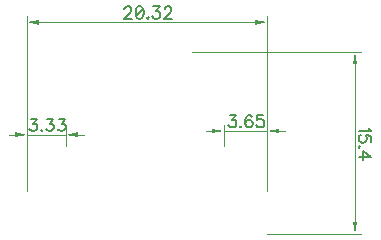
<source format=gbr>
%TF.GenerationSoftware,Novarm,DipTrace,3.2.0.1*%
%TF.CreationDate,2018-06-19T18:55:33-08:00*%
%FSLAX26Y26*%
%MOIN*%
%TF.FileFunction,Drawing,Top*%
%TF.Part,Single*%
%ADD13C,0.001378*%
%ADD28C,0.006176*%
G75*
G01*
%LPD*%
X393701Y537451D2*
D13*
Y744636D1*
X524950Y687451D2*
Y744636D1*
X393701Y724951D2*
X524950D1*
X334646D2*
X354331D1*
G36*
X393701D2*
X354331Y717077D1*
Y732825D1*
X393701Y724951D1*
G37*
X584005D2*
D13*
X564320D1*
G36*
X524950D2*
X564320Y732825D1*
Y717077D1*
X524950Y724951D1*
G37*
X1049950Y687451D2*
D13*
Y757136D1*
X1193701Y537451D2*
Y757136D1*
X1049950Y737451D2*
X1193701D1*
X990895D2*
X1010580D1*
G36*
X1049950D2*
X1010580Y729577D1*
Y745325D1*
X1049950Y737451D1*
G37*
X1252756D2*
D13*
X1233071D1*
G36*
X1193701D2*
X1233071Y745325D1*
Y729577D1*
X1193701Y737451D1*
G37*
X393701Y537451D2*
D13*
Y1119636D1*
X1193701Y537451D2*
Y1119636D1*
X793701Y1099951D2*
X433071D1*
G36*
X393701D2*
X433071Y1107825D1*
Y1092077D1*
X393701Y1099951D1*
G37*
X793701D2*
D13*
X1154331D1*
G36*
X1193701D2*
X1154331Y1092077D1*
Y1107825D1*
X1193701Y1099951D1*
G37*
X943744Y999984D2*
D13*
X1507135D1*
X1193701Y393701D2*
X1507135D1*
X1487450Y696843D2*
Y960614D1*
G36*
Y999984D2*
X1495324Y960614D1*
X1479576D1*
X1487450Y999984D1*
G37*
Y696843D2*
D13*
Y433071D1*
G36*
Y393701D2*
X1479576Y433071D1*
X1495324D1*
X1487450Y393701D1*
G37*
X405618Y777310D2*
D28*
X426620D1*
X415168Y762011D1*
X420916D1*
X424719Y760110D1*
X426620Y758209D1*
X428565Y752461D1*
Y748658D1*
X426620Y742910D1*
X422817Y739063D1*
X417069Y737162D1*
X411321D1*
X405618Y739063D1*
X403716Y741009D1*
X401771Y744812D1*
X442818Y741009D2*
X440917Y739063D1*
X442818Y737162D1*
X444764Y739063D1*
X442818Y741009D1*
X460962Y777310D2*
X481964D1*
X470512Y762011D1*
X476260D1*
X480063Y760110D1*
X481964Y758209D1*
X483910Y752461D1*
Y748658D1*
X481964Y742910D1*
X478162Y739063D1*
X472414Y737162D1*
X466666D1*
X460962Y739063D1*
X459061Y741009D1*
X457115Y744812D1*
X500108Y777310D2*
X521110D1*
X509658Y762011D1*
X515406D1*
X519209Y760110D1*
X521110Y758209D1*
X523056Y752461D1*
Y748658D1*
X521110Y742910D1*
X517308Y739063D1*
X511560Y737162D1*
X505812D1*
X500108Y739063D1*
X498207Y741009D1*
X496261Y744812D1*
X1069090Y789810D2*
X1090093D1*
X1078641Y774511D1*
X1084389D1*
X1088191Y772610D1*
X1090093Y770709D1*
X1092038Y764961D1*
Y761158D1*
X1090093Y755410D1*
X1086290Y751563D1*
X1080542Y749662D1*
X1074794D1*
X1069090Y751563D1*
X1067189Y753509D1*
X1065244Y757312D1*
X1106291Y753509D2*
X1104390Y751563D1*
X1106291Y749662D1*
X1108236Y751563D1*
X1106291Y753509D1*
X1143536Y784106D2*
X1141634Y787909D1*
X1135886Y789810D1*
X1132084D1*
X1126336Y787909D1*
X1122489Y782161D1*
X1120588Y772610D1*
Y763060D1*
X1122489Y755410D1*
X1126336Y751563D1*
X1132084Y749662D1*
X1133985D1*
X1139689Y751563D1*
X1143536Y755410D1*
X1145437Y761158D1*
Y763060D1*
X1143536Y768808D1*
X1139689Y772610D1*
X1133985Y774511D1*
X1132084D1*
X1126336Y772610D1*
X1122489Y768808D1*
X1120588Y763060D1*
X1180736Y789810D2*
X1161635D1*
X1159734Y772610D1*
X1161635Y774511D1*
X1167383Y776457D1*
X1173087D1*
X1178835Y774511D1*
X1182682Y770709D1*
X1184583Y764961D1*
Y761158D1*
X1182682Y755410D1*
X1178835Y751563D1*
X1173087Y749662D1*
X1167383D1*
X1161635Y751563D1*
X1159734Y753509D1*
X1157788Y757312D1*
X718519Y1142759D2*
Y1144661D1*
X720420Y1148507D1*
X722321Y1150409D1*
X726168Y1152310D1*
X733817D1*
X737620Y1150409D1*
X739521Y1148507D1*
X741467Y1144661D1*
Y1140858D1*
X739521Y1137011D1*
X735718Y1131308D1*
X716573Y1112162D1*
X743368D1*
X767215Y1152310D2*
X761467Y1150409D1*
X757620Y1144661D1*
X755719Y1135110D1*
Y1129362D1*
X757620Y1119812D1*
X761467Y1114063D1*
X767215Y1112162D1*
X771018D1*
X776766Y1114063D1*
X780568Y1119812D1*
X782514Y1129362D1*
Y1135110D1*
X780568Y1144661D1*
X776766Y1150409D1*
X771018Y1152310D1*
X767215D1*
X780568Y1144661D2*
X757620Y1119812D1*
X796767Y1116009D2*
X794865Y1114063D1*
X796767Y1112162D1*
X798712Y1114063D1*
X796767Y1116009D1*
X814910Y1152310D2*
X835913D1*
X824461Y1137011D1*
X830209D1*
X834011Y1135110D1*
X835913Y1133209D1*
X837858Y1127461D1*
Y1123658D1*
X835913Y1117910D1*
X832110Y1114063D1*
X826362Y1112162D1*
X820614D1*
X814910Y1114063D1*
X813009Y1116009D1*
X811063Y1119812D1*
X852155Y1142759D2*
Y1144661D1*
X854056Y1148507D1*
X855958Y1150409D1*
X859804Y1152310D1*
X867454D1*
X871256Y1150409D1*
X873157Y1148507D1*
X875103Y1144661D1*
Y1140858D1*
X873157Y1137011D1*
X869355Y1131308D1*
X850209Y1112162D1*
X877004D1*
X1532159Y746748D2*
X1534105Y742901D1*
X1539809Y737153D1*
X1499661D1*
X1539809Y701854D2*
Y720955D1*
X1522609Y722856D1*
X1524510Y720955D1*
X1526456Y715207D1*
Y709503D1*
X1524510Y703755D1*
X1520708Y699908D1*
X1514959Y698007D1*
X1511157D1*
X1505409Y699908D1*
X1501562Y703755D1*
X1499661Y709503D1*
Y715207D1*
X1501562Y720955D1*
X1503508Y722856D1*
X1507310Y724802D1*
X1503508Y683754D2*
X1501562Y685656D1*
X1499661Y683754D1*
X1501562Y681809D1*
X1503508Y683754D1*
X1499661Y650312D2*
X1539809D1*
X1513058Y669457D1*
Y640761D1*
M02*

</source>
